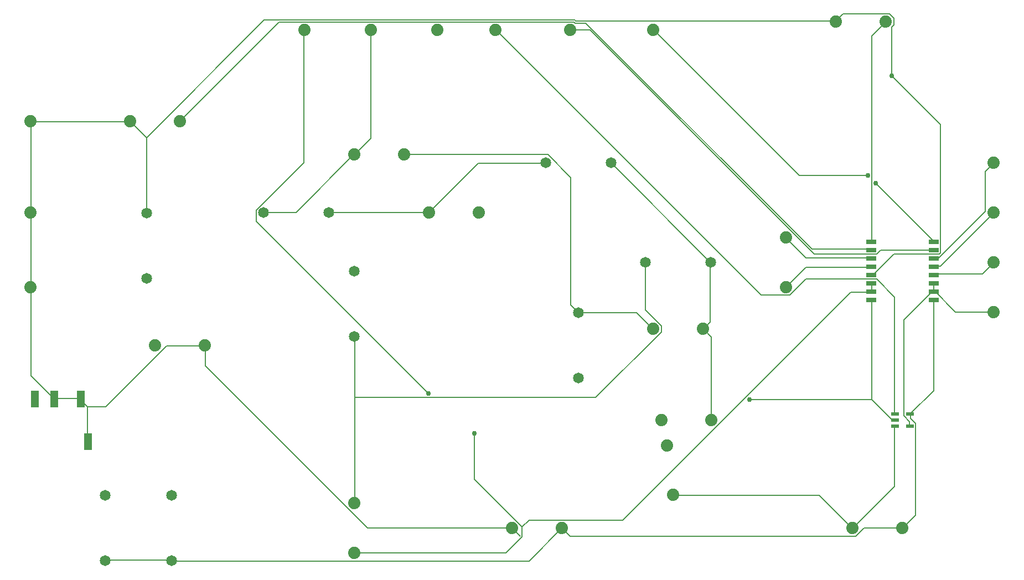
<source format=gbr>
G04 EAGLE Gerber RS-274X export*
G75*
%MOMM*%
%FSLAX34Y34*%
%LPD*%
%INTop Copper*%
%IPPOS*%
%AMOC8*
5,1,8,0,0,1.08239X$1,22.5*%
G01*
%ADD10C,1.879600*%
%ADD11C,1.651000*%
%ADD12R,1.524000X0.762000*%
%ADD13R,1.200000X2.500000*%
%ADD14R,1.211200X0.500800*%
%ADD15C,0.152400*%
%ADD16C,0.756400*%


D10*
X482600Y876300D03*
D11*
X901700Y443700D03*
X901700Y343700D03*
X419900Y596900D03*
X519900Y596900D03*
X851700Y673100D03*
X951700Y673100D03*
X558800Y407200D03*
X558800Y507200D03*
X1004100Y520700D03*
X1104100Y520700D03*
D10*
X685800Y876300D03*
D12*
X1349248Y552450D03*
X1349248Y539750D03*
X1349248Y527050D03*
X1349248Y514350D03*
X1349248Y501650D03*
X1349248Y488950D03*
X1349248Y476250D03*
X1349248Y463550D03*
X1444752Y463550D03*
X1444752Y476250D03*
X1444752Y488950D03*
X1444752Y501650D03*
X1444752Y514350D03*
X1444752Y527050D03*
X1444752Y539750D03*
X1444752Y552450D03*
D13*
X140100Y311900D03*
X151100Y246900D03*
X100100Y311900D03*
X70100Y311900D03*
D10*
X63500Y736600D03*
X584200Y876300D03*
X1016000Y876300D03*
X889000Y876300D03*
X215900Y736600D03*
X292100Y736600D03*
X1536700Y520700D03*
X1536700Y444500D03*
X1219200Y482600D03*
X1219200Y558800D03*
X558800Y685800D03*
X635000Y685800D03*
X1016000Y419100D03*
X1092200Y419100D03*
X673100Y596900D03*
X749300Y596900D03*
X1320800Y114300D03*
X1397000Y114300D03*
X1295400Y889000D03*
X1371600Y889000D03*
X1036691Y241008D03*
X1046109Y165392D03*
X1536700Y673100D03*
X1536700Y596900D03*
X1028700Y279400D03*
X1104900Y279400D03*
X558800Y76200D03*
X558800Y152400D03*
X63500Y596900D03*
X774700Y876300D03*
X63500Y482600D03*
D14*
X1385500Y288900D03*
X1385500Y279400D03*
X1385500Y269900D03*
X1408500Y269900D03*
X1408500Y288900D03*
D10*
X876300Y114300D03*
X800100Y114300D03*
X254000Y393700D03*
X330200Y393700D03*
D11*
X241300Y596100D03*
X241300Y496100D03*
X279400Y64300D03*
X279400Y164300D03*
X177800Y64300D03*
X177800Y164300D03*
D15*
X292100Y736600D02*
X292100Y737616D01*
X1258824Y541020D02*
X1348740Y541020D01*
X1258824Y541020D02*
X912876Y886968D01*
X896112Y886968D01*
X894588Y888492D01*
X443484Y888492D01*
X292608Y737616D01*
X1348740Y541020D02*
X1349248Y539750D01*
X292608Y737616D02*
X292100Y736600D01*
X1249680Y513588D02*
X1348740Y513588D01*
X1249680Y513588D02*
X1219200Y483108D01*
X1348740Y513588D02*
X1349248Y514350D01*
X1219200Y483108D02*
X1219200Y482600D01*
X1350264Y487680D02*
X1350264Y477012D01*
X1349248Y476250D01*
X1350264Y487680D02*
X1349248Y488950D01*
D16*
X742188Y259080D03*
D15*
X742188Y188976D01*
X815340Y115824D01*
X815340Y100584D01*
X790956Y76200D01*
X558800Y76200D01*
X1318260Y475488D02*
X1348740Y475488D01*
X1318260Y475488D02*
X969264Y126492D01*
X826008Y126492D01*
X815340Y115824D01*
X1348740Y475488D02*
X1349248Y476250D01*
X900684Y445008D02*
X890016Y455676D01*
X900684Y445008D02*
X901700Y443700D01*
X902208Y443484D02*
X990600Y443484D01*
X1014984Y419100D01*
X902208Y443484D02*
X901700Y443700D01*
X1014984Y419100D02*
X1016000Y419100D01*
X854964Y685800D02*
X635000Y685800D01*
X854964Y685800D02*
X890016Y650748D01*
X890016Y455676D01*
X1092708Y419100D02*
X1103376Y429768D01*
X1092708Y419100D02*
X1104900Y406908D01*
X1092708Y419100D02*
X1092200Y419100D01*
X1104900Y406908D02*
X1104900Y279400D01*
X1103376Y521208D02*
X952500Y672084D01*
X951700Y673100D01*
X1103376Y521208D02*
X1104100Y520700D01*
X1103376Y519684D02*
X1103376Y429768D01*
X1103376Y519684D02*
X1104100Y520700D01*
X469392Y597408D02*
X420624Y597408D01*
X469392Y597408D02*
X557784Y685800D01*
X420624Y597408D02*
X419900Y596900D01*
X557784Y685800D02*
X558800Y685800D01*
X583692Y710184D02*
X583692Y876300D01*
X583692Y710184D02*
X559308Y685800D01*
X583692Y876300D02*
X584200Y876300D01*
X559308Y685800D02*
X558800Y685800D01*
X1380744Y280416D02*
X1385316Y280416D01*
X1385500Y279400D01*
X902208Y342900D02*
X901700Y343700D01*
X1028700Y280416D02*
X1028700Y279400D01*
X1028700Y278892D01*
X901700Y343700D02*
X900684Y344424D01*
D16*
X1162812Y310896D03*
D15*
X1350264Y310896D02*
X1380744Y280416D01*
X1350264Y310896D02*
X1350264Y463296D01*
X1380744Y280416D02*
X1385500Y279400D01*
X1350264Y463296D02*
X1349248Y463550D01*
X1350264Y310896D02*
X1162812Y310896D01*
X812292Y102108D02*
X800100Y114300D01*
X215900Y736092D02*
X215900Y736600D01*
X1453896Y533400D02*
X1455420Y534924D01*
X330200Y393700D02*
X329184Y394716D01*
D16*
X1380744Y806196D03*
D15*
X1383792Y533400D02*
X1453896Y533400D01*
X1383792Y533400D02*
X1353312Y502920D01*
X1350264Y502920D01*
X1349248Y501650D01*
X1380744Y806196D02*
X1380744Y880872D01*
X1383792Y883920D01*
X1383792Y894588D01*
X1377696Y900684D01*
X1306068Y900684D01*
X1295400Y890016D01*
X1455420Y731520D02*
X1455420Y534924D01*
X1455420Y731520D02*
X1380744Y806196D01*
X240792Y711708D02*
X240792Y597408D01*
X240792Y711708D02*
X215900Y736600D01*
X240792Y597408D02*
X241300Y596100D01*
X64008Y595884D02*
X64008Y483108D01*
X63500Y482600D01*
X64008Y595884D02*
X63500Y596900D01*
X64008Y597408D02*
X64008Y736092D01*
X64008Y597408D02*
X63500Y596900D01*
X64008Y736092D02*
X214884Y736092D01*
X215900Y736600D01*
X64008Y736092D02*
X63500Y736600D01*
X100584Y312420D02*
X138684Y312420D01*
X100584Y312420D02*
X100100Y311900D01*
X138684Y312420D02*
X140100Y311900D01*
X150876Y300228D02*
X150876Y248412D01*
X150876Y300228D02*
X140208Y310896D01*
X150876Y248412D02*
X151100Y246900D01*
X140208Y310896D02*
X140100Y311900D01*
X271272Y393192D02*
X329184Y393192D01*
X271272Y393192D02*
X178308Y300228D01*
X150876Y300228D01*
X329184Y393192D02*
X330200Y393700D01*
X579120Y114300D02*
X800100Y114300D01*
X579120Y114300D02*
X330708Y362712D01*
X330708Y393192D01*
X330200Y393700D01*
X64008Y347472D02*
X64008Y481584D01*
X64008Y347472D02*
X99060Y312420D01*
X64008Y481584D02*
X63500Y482600D01*
X99060Y312420D02*
X100100Y311900D01*
X897636Y890016D02*
X1295400Y890016D01*
X897636Y890016D02*
X896112Y891540D01*
X420624Y891540D01*
X240792Y711708D01*
X1295400Y889000D02*
X1295400Y890016D01*
X876300Y115824D02*
X876300Y114300D01*
D16*
X672084Y320040D03*
D15*
X481584Y673608D02*
X481584Y876300D01*
X481584Y673608D02*
X408432Y600456D01*
X408432Y583692D01*
X672084Y320040D01*
X482600Y876300D02*
X481584Y876300D01*
X1409700Y288036D02*
X1409700Y281940D01*
X1417320Y274320D01*
X1417320Y134112D01*
X1397508Y114300D01*
X1409700Y288036D02*
X1408500Y288900D01*
X1397508Y114300D02*
X1397000Y114300D01*
X1444752Y324612D02*
X1444752Y463550D01*
X1444752Y324612D02*
X1409700Y289560D01*
X1408500Y288900D01*
X278892Y65532D02*
X178308Y65532D01*
X177800Y64300D01*
X278892Y65532D02*
X279400Y64300D01*
X280416Y64008D02*
X826008Y64008D01*
X876300Y114300D01*
X280416Y64008D02*
X279400Y64300D01*
X1338072Y114300D02*
X1397000Y114300D01*
X1338072Y114300D02*
X1325880Y102108D01*
X888492Y102108D01*
X876300Y114300D01*
X1350264Y553212D02*
X1350264Y867156D01*
X1371600Y888492D01*
X1350264Y553212D02*
X1349248Y552450D01*
X1371600Y888492D02*
X1371600Y889000D01*
X1408176Y277368D02*
X1408176Y271272D01*
X1441704Y475488D02*
X1444752Y475488D01*
X1408176Y271272D02*
X1408500Y269900D01*
X1444752Y475488D02*
X1444752Y476250D01*
X1444752Y478536D02*
X1444752Y488950D01*
X1444752Y477012D02*
X1444752Y476250D01*
X1399032Y286512D02*
X1408176Y277368D01*
X1399032Y286512D02*
X1399032Y432816D01*
X1441704Y475488D01*
X1444752Y476250D01*
X1478280Y445008D02*
X1536192Y445008D01*
X1478280Y445008D02*
X1444752Y478536D01*
X1536192Y445008D02*
X1536700Y444500D01*
X1444752Y476250D02*
X1444752Y478536D01*
X1444752Y502920D02*
X1519428Y502920D01*
X1536192Y519684D01*
X1444752Y502920D02*
X1444752Y501650D01*
X1536192Y519684D02*
X1536700Y520700D01*
X1385316Y269748D02*
X1385316Y178308D01*
X1321308Y114300D01*
X1385316Y269748D02*
X1385500Y269900D01*
X1321308Y114300D02*
X1320800Y114300D01*
X1269492Y164592D02*
X1046988Y164592D01*
X1269492Y164592D02*
X1319784Y114300D01*
X1046988Y164592D02*
X1046109Y165392D01*
X1319784Y114300D02*
X1320800Y114300D01*
X1444752Y515112D02*
X1455420Y515112D01*
X1444752Y515112D02*
X1444752Y514350D01*
X1455420Y515112D02*
X1536192Y595884D01*
X1536700Y596900D01*
X1452372Y527304D02*
X1444752Y527304D01*
X1524000Y659892D02*
X1536192Y672084D01*
X1444752Y527304D02*
X1444752Y527050D01*
X1536192Y672084D02*
X1536700Y673100D01*
X1524000Y598932D02*
X1452372Y527304D01*
X1524000Y598932D02*
X1524000Y659892D01*
X1444752Y553212D02*
X1356360Y641604D01*
X1344168Y653796D02*
X1239012Y653796D01*
X1016508Y876300D01*
X1444752Y553212D02*
X1444752Y552450D01*
X1016508Y876300D02*
X1016000Y876300D01*
D16*
X1356360Y641604D03*
X1344168Y653796D03*
D15*
X1363980Y539496D02*
X1357884Y533400D01*
X1363980Y539496D02*
X1444752Y539496D01*
X1444752Y539750D01*
X1357884Y533400D02*
X1261872Y533400D01*
X918972Y876300D01*
X889000Y876300D01*
X1385316Y467868D02*
X1385316Y289560D01*
X1385316Y467868D02*
X1357884Y495300D01*
X1249680Y495300D01*
X1225296Y470916D01*
X1181100Y470916D01*
X775716Y876300D01*
X1385316Y289560D02*
X1385500Y288900D01*
X775716Y876300D02*
X774700Y876300D01*
X1249680Y527304D02*
X1348740Y527304D01*
X1249680Y527304D02*
X1219200Y557784D01*
X1348740Y527304D02*
X1349248Y527050D01*
X1219200Y557784D02*
X1219200Y558800D01*
X559308Y313944D02*
X559308Y152400D01*
X559308Y313944D02*
X559308Y406908D01*
X558800Y407200D01*
X559308Y152400D02*
X558800Y152400D01*
X1004316Y448056D02*
X1004316Y519684D01*
X1004316Y448056D02*
X1028700Y423672D01*
X1028700Y414528D01*
X928116Y313944D01*
X559308Y313944D01*
X1004316Y519684D02*
X1004100Y520700D01*
X672084Y597408D02*
X521208Y597408D01*
X519900Y596900D01*
X672084Y597408D02*
X673100Y596900D01*
X748284Y672084D02*
X850392Y672084D01*
X748284Y672084D02*
X673100Y596900D01*
X850392Y672084D02*
X851700Y673100D01*
M02*

</source>
